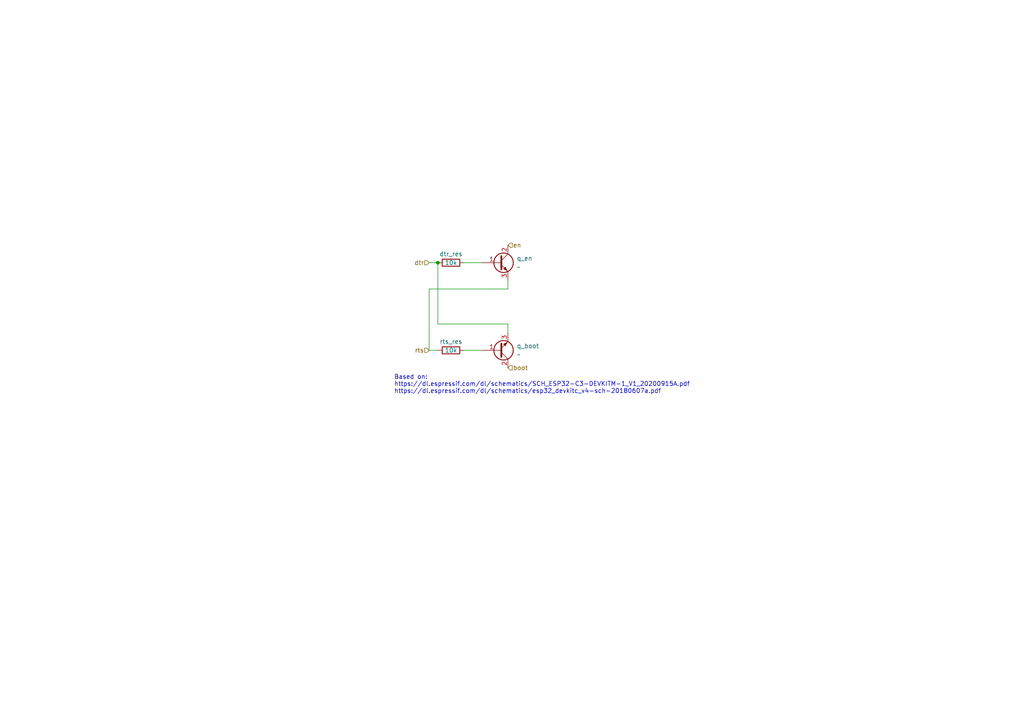
<source format=kicad_sch>
(kicad_sch (version 20211123) (generator eeschema)
  (paper "A4")
  (lib_symbols
    (symbol "Device:Q_NPN_BCE" (pin_names (offset 0) hide)
      (property "Reference" "Q" (at 5.08 1.27 0))
      (property "Value" "Q_NPN_BCE" (at 5.08 -1.27 0))
      (symbol "Q_NPN_BCE_0_1"
        (polyline (pts (xy 0.635 0.635) (xy 2.54 2.54)))
        (polyline (pts (xy 0.635 -0.635) (xy 2.54 -2.54) (xy 2.54 -2.54)))
        (polyline (pts (xy 0.635 1.905) (xy 0.635 -1.905) (xy 0.635 -1.905)) (stroke (width 0.508)))
        (polyline (pts (xy 1.27 -1.778) (xy 1.778 -1.27) (xy 2.286 -2.286) (xy 1.27 -1.778) (xy 1.27 -1.778)) (fill (type outline)))
        (circle (center 1.27 0) (radius 2.8194) (stroke (width 0.254)))
      )
      (symbol "Q_NPN_BCE_1_1"
        (pin input line (at -5.08 0 0) (length 5.715) (name "B") (number "1"))
        (pin passive line (at 2.54 5.08 270) (length 2.54) (name "C") (number "2"))
        (pin passive line (at 2.54 -5.08 90) (length 2.54) (name "E") (number "3"))
      )
    )
    (symbol "Device:R" (pin_numbers hide) (pin_names (offset 0))
      (property "Reference" "R" (at 2.032 0 90))
      (property "Value" "R" (at 0 0 90))
      (symbol "R_0_1"
        (rectangle (start -1.016 -2.54) (end 1.016 2.54) (stroke (width 0.254)))
      )
      (symbol "R_1_1"
        (pin passive line (at 0 3.81 270) (length 1.27) (name "~") (number "1"))
        (pin passive line (at 0 -3.81 90) (length 1.27) (name "~") (number "2"))
      )
    )
    (symbol "Q_NPN_BCE_1" (pin_names (offset 0) hide)
      (property "Reference" "Q" (at 5.08 1.27 0))
      (property "Value" "Q_NPN_BCE_1" (at 5.08 -1.27 0))
      (symbol "Q_NPN_BCE_1_0_1"
        (polyline (pts (xy 0.635 0.635) (xy 2.54 2.54)))
        (polyline (pts (xy 0.635 -0.635) (xy 2.54 -2.54) (xy 2.54 -2.54)))
        (polyline (pts (xy 0.635 1.905) (xy 0.635 -1.905) (xy 0.635 -1.905)) (stroke (width 0.508)))
        (polyline (pts (xy 1.27 -1.778) (xy 1.778 -1.27) (xy 2.286 -2.286) (xy 1.27 -1.778) (xy 1.27 -1.778)) (fill (type outline)))
        (circle (center 1.27 0) (radius 2.8194) (stroke (width 0.254)))
      )
      (symbol "Q_NPN_BCE_1_1_1"
        (pin input line (at -5.08 0 0) (length 5.715) (name "B") (number "1"))
        (pin passive line (at 2.54 5.08 270) (length 2.54) (name "C") (number "2"))
        (pin passive line (at 2.54 -5.08 90) (length 2.54) (name "E") (number "3"))
      )
    )
  )
  (junction (at 127 76.2))
  (wire (pts (xy 147.32 81.28) (xy 147.32 83.82)))
  (wire (pts (xy 127 93.98) (xy 147.32 93.98)))
  (wire (pts (xy 127 76.2) (xy 127 93.98)))
  (wire (pts (xy 134.62 76.2) (xy 139.7 76.2)))
  (wire (pts (xy 124.46 76.2) (xy 127 76.2)))
  (wire (pts (xy 124.46 83.82) (xy 124.46 101.6)))
  (wire (pts (xy 124.46 101.6) (xy 127 101.6)))
  (wire (pts (xy 147.32 83.82) (xy 124.46 83.82)))
  (wire (pts (xy 134.62 101.6) (xy 139.7 101.6)))
  (wire (pts (xy 147.32 93.98) (xy 147.32 96.52)))
  (text "Based on:\nhttps://dl.espressif.com/dl/schematics/SCH_ESP32-C3-DEVKITM-1_V1_20200915A.pdf\nhttps://dl.espressif.com/dl/schematics/esp32_devkitc_v4-sch-20180607a.pdf" (at 114.3 114.3 0) (effects (font (size 1.27 1.27)) (justify left bottom)))
  (hierarchical_label "dtr" (shape input) (at 124.46 76.2 180))
  (hierarchical_label "en" (shape input) (at 147.32 71.12 0))
  (hierarchical_label "boot" (shape input) (at 147.32 106.68 0))
  (hierarchical_label "rts" (shape input) (at 124.46 101.6 180))
  (symbol (lib_name "Q_NPN_BCE_1") (lib_id "Device:Q_NPN_BCE") (at 144.78 101.6 0) (mirror x) (unit 1)
    (property "Reference" "q_boot" (at 149.86 100.3299 0) (effects (justify left)))
    (property "Value" "~" (at 149.86 102.8699 0) (effects (justify left)))
  )
  (symbol (lib_id "Device:R") (at 130.81 76.2 90) (unit 1)
    (property "Reference" "dtr_res" (at 130.81 73.66 90))
    (property "Value" "10k" (at 130.81 76.2 90))
  )
  (symbol (lib_id "Device:R") (at 130.81 101.6 90) (unit 1)
    (property "Reference" "rts_res" (at 130.81 99.06 90))
    (property "Value" "10k" (at 130.81 101.6 90))
  )
  (symbol (lib_id "Device:Q_NPN_BCE") (at 144.78 76.2 0) (unit 1)
    (property "Reference" "q_en" (at 149.86 74.9299 0) (effects (justify left)))
    (property "Value" "~" (at 149.86 77.4699 0) (effects (justify left)))
  )
)
</source>
